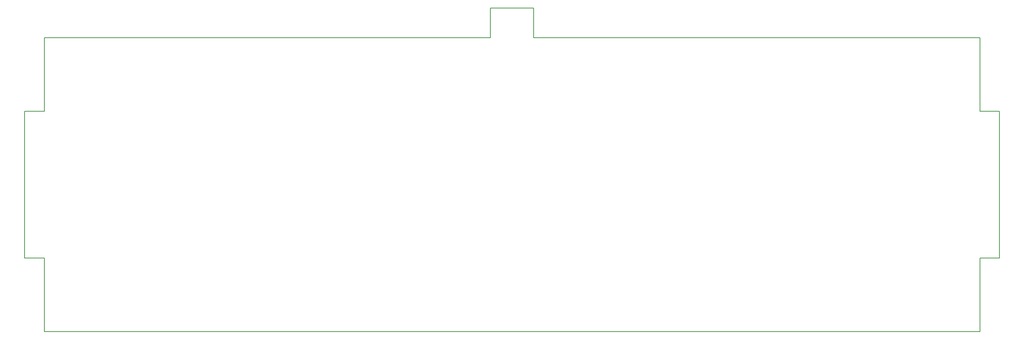
<source format=gm1>
G04 #@! TF.GenerationSoftware,KiCad,Pcbnew,(5.1.5-0-10_14)*
G04 #@! TF.CreationDate,2020-12-02T09:52:56-06:00*
G04 #@! TF.ProjectId,nrfmicro,6e72666d-6963-4726-9f2e-6b696361645f,rev?*
G04 #@! TF.SameCoordinates,Original*
G04 #@! TF.FileFunction,Profile,NP*
%FSLAX46Y46*%
G04 Gerber Fmt 4.6, Leading zero omitted, Abs format (unit mm)*
G04 Created by KiCad (PCBNEW (5.1.5-0-10_14)) date 2020-12-02 09:52:56*
%MOMM*%
%LPD*%
G04 APERTURE LIST*
%ADD10C,0.150000*%
G04 APERTURE END LIST*
D10*
X16500000Y-72500000D02*
X21000000Y-72500000D01*
X16500000Y-38500000D02*
X21000000Y-38500000D01*
X16500000Y-72500000D02*
X16500000Y-38500000D01*
X124000000Y-21500000D02*
X21000000Y-21500000D01*
X124000000Y-14692800D02*
X124000000Y-21500000D01*
X134000000Y-14692800D02*
X124000000Y-14692800D01*
X134000000Y-21500000D02*
X134000000Y-14692800D01*
X237000000Y-21500000D02*
X134000000Y-21500000D01*
X21000000Y-21500000D02*
X21000000Y-38500000D01*
X237000000Y-38500000D02*
X237000000Y-21500000D01*
X241500000Y-72500000D02*
X241500000Y-38500000D01*
X237000000Y-89500000D02*
X237000000Y-72500000D01*
X241500000Y-38500000D02*
X237000000Y-38500000D01*
X241500000Y-72500000D02*
X237000000Y-72500000D01*
X21000000Y-89500000D02*
X237000000Y-89500000D01*
X21000000Y-72500000D02*
X21000000Y-89500000D01*
M02*

</source>
